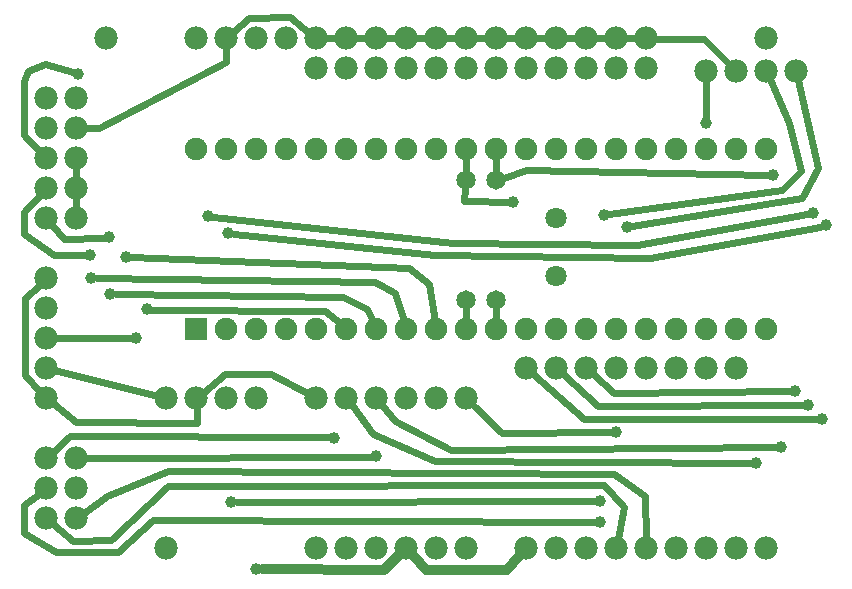
<source format=gtl>
G04 MADE WITH FRITZING*
G04 WWW.FRITZING.ORG*
G04 DOUBLE SIDED*
G04 HOLES PLATED*
G04 CONTOUR ON CENTER OF CONTOUR VECTOR*
%ASAXBY*%
%FSLAX23Y23*%
%MOIN*%
%OFA0B0*%
%SFA1.0B1.0*%
%ADD10C,0.039370*%
%ADD11C,0.075000*%
%ADD12C,0.078000*%
%ADD13C,0.065000*%
%ADD14C,0.070925*%
%ADD15C,0.070866*%
%ADD16R,0.075000X0.075000*%
%ADD17C,0.024000*%
%ADD18C,0.032000*%
%LNCOPPER1*%
G90*
G70*
G54D10*
X1965Y1223D03*
X407Y812D03*
X805Y43D03*
X1661Y1265D03*
X256Y1014D03*
X319Y959D03*
X371Y1083D03*
X441Y908D03*
X254Y1088D03*
X315Y1148D03*
X214Y1694D03*
X2041Y1183D03*
X2530Y1356D03*
X2305Y1531D03*
X712Y1163D03*
X645Y1219D03*
X2663Y1230D03*
X2705Y1188D03*
X2474Y395D03*
X2557Y448D03*
X2602Y637D03*
X2646Y590D03*
X2691Y543D03*
X2007Y498D03*
X1066Y481D03*
X1207Y418D03*
X724Y265D03*
X1952Y268D03*
X1952Y198D03*
G54D11*
X607Y843D03*
X607Y1443D03*
X707Y843D03*
X707Y1443D03*
X807Y843D03*
X807Y1443D03*
X907Y843D03*
X907Y1443D03*
X1007Y843D03*
X1007Y1443D03*
X1107Y843D03*
X1107Y1443D03*
X1207Y843D03*
X1207Y1443D03*
X1307Y843D03*
X1307Y1443D03*
X1407Y843D03*
X1407Y1443D03*
X1507Y843D03*
X1507Y1443D03*
X1607Y843D03*
X1607Y1443D03*
X1707Y843D03*
X1707Y1443D03*
X1807Y843D03*
X1807Y1443D03*
X1907Y843D03*
X1907Y1443D03*
X2007Y843D03*
X2007Y1443D03*
X2107Y843D03*
X2107Y1443D03*
X2207Y843D03*
X2207Y1443D03*
X2307Y843D03*
X2307Y1443D03*
X2407Y843D03*
X2407Y1443D03*
X2507Y843D03*
X2507Y1443D03*
G54D12*
X207Y1612D03*
X207Y1512D03*
X207Y1412D03*
X207Y1312D03*
X207Y1212D03*
X307Y1812D03*
X2507Y1812D03*
X2507Y112D03*
X507Y112D03*
X107Y1612D03*
X107Y1512D03*
X107Y1412D03*
X107Y1312D03*
X107Y1212D03*
X107Y612D03*
X107Y712D03*
X107Y812D03*
X207Y412D03*
X107Y412D03*
X207Y312D03*
X107Y312D03*
X207Y212D03*
X107Y212D03*
X607Y1812D03*
X707Y1812D03*
X807Y1812D03*
X907Y1812D03*
X2107Y1812D03*
X2007Y1812D03*
X1907Y1812D03*
X1807Y1812D03*
X1707Y1812D03*
X1607Y1812D03*
X1507Y1812D03*
X1407Y1812D03*
X1307Y1812D03*
X1207Y1812D03*
X1107Y1812D03*
X1007Y1812D03*
X1007Y1712D03*
X1107Y1712D03*
X1207Y1712D03*
X1307Y1712D03*
X1407Y1712D03*
X1507Y1712D03*
X1607Y1712D03*
X1707Y1712D03*
X1807Y1712D03*
X1907Y1712D03*
X2007Y1712D03*
X2107Y1712D03*
X2307Y1704D03*
X2407Y1704D03*
X2507Y1704D03*
X2607Y1704D03*
X107Y1012D03*
X107Y912D03*
X1707Y712D03*
X1807Y712D03*
X1907Y712D03*
X2007Y712D03*
X2107Y712D03*
X2207Y712D03*
X2307Y712D03*
X2407Y712D03*
X1707Y112D03*
X1807Y112D03*
X1907Y112D03*
X2007Y112D03*
X2107Y112D03*
X2207Y112D03*
X2307Y112D03*
X2407Y112D03*
X1507Y112D03*
X1407Y112D03*
X1307Y112D03*
X1207Y112D03*
X1107Y112D03*
X1007Y112D03*
X1507Y612D03*
X1407Y612D03*
X1307Y612D03*
X1207Y612D03*
X1107Y612D03*
X1007Y612D03*
X507Y612D03*
X607Y612D03*
X707Y612D03*
X807Y612D03*
G54D13*
X1607Y939D03*
X1507Y939D03*
X1607Y939D03*
X1507Y939D03*
X1507Y1339D03*
X1607Y1339D03*
X1507Y1339D03*
X1607Y1339D03*
G54D14*
X1807Y1019D03*
G54D15*
X1807Y1212D03*
G54D16*
X607Y843D03*
G54D17*
X1277Y1812D02*
X1237Y1812D01*
D02*
X1177Y1812D02*
X1137Y1812D01*
D02*
X1077Y1812D02*
X1037Y1812D01*
D02*
X918Y1883D02*
X783Y1881D01*
D02*
X783Y1881D02*
X730Y1832D01*
D02*
X984Y1831D02*
X918Y1883D01*
D02*
X207Y1242D02*
X207Y1282D01*
D02*
X207Y1342D02*
X207Y1382D01*
D02*
X283Y1512D02*
X707Y1734D01*
D02*
X707Y1734D02*
X707Y1782D01*
D02*
X237Y1512D02*
X283Y1512D01*
D02*
X2298Y1808D02*
X2137Y1811D01*
D02*
X2386Y1724D02*
X2298Y1808D01*
D02*
X2077Y1812D02*
X2037Y1812D01*
D02*
X1977Y1812D02*
X1937Y1812D01*
D02*
X1877Y1812D02*
X1837Y1812D01*
D02*
X1777Y1812D02*
X1737Y1812D01*
D02*
X1677Y1812D02*
X1637Y1812D01*
D02*
X1607Y1812D02*
X1537Y1812D01*
D02*
X1477Y1812D02*
X1437Y1812D01*
D02*
X1377Y1812D02*
X1337Y1812D01*
D02*
X610Y529D02*
X205Y534D01*
D02*
X205Y534D02*
X131Y593D01*
D02*
X608Y582D02*
X610Y529D01*
D02*
X1607Y914D02*
X1607Y872D01*
D02*
X1507Y914D02*
X1507Y872D01*
D02*
X1607Y1414D02*
X1607Y1364D01*
D02*
X1507Y1364D02*
X1507Y1414D01*
D02*
X388Y812D02*
X137Y812D01*
D02*
X107Y712D02*
X478Y619D01*
D02*
X36Y688D02*
X87Y634D01*
D02*
X36Y945D02*
X36Y688D01*
D02*
X85Y991D02*
X36Y945D01*
D02*
X856Y692D02*
X703Y692D01*
D02*
X981Y626D02*
X856Y692D01*
D02*
X703Y692D02*
X630Y631D01*
D02*
X1498Y1268D02*
X1661Y1265D01*
D02*
X1504Y1314D02*
X1498Y1268D01*
G54D18*
D02*
X1372Y41D02*
X1331Y86D01*
D02*
X1643Y39D02*
X1372Y41D01*
D02*
X1684Y85D02*
X1643Y39D01*
D02*
X1232Y41D02*
X1281Y88D01*
D02*
X829Y42D02*
X1232Y41D01*
G54D17*
D02*
X34Y1161D02*
X32Y1234D01*
D02*
X132Y1088D02*
X34Y1161D01*
D02*
X32Y1234D02*
X86Y1290D01*
D02*
X235Y1088D02*
X132Y1088D01*
D02*
X167Y1143D02*
X127Y1189D01*
D02*
X296Y1147D02*
X167Y1143D01*
D02*
X1383Y994D02*
X1403Y871D01*
D02*
X1316Y1045D02*
X1383Y994D01*
D02*
X390Y1082D02*
X1316Y1045D01*
D02*
X32Y1668D02*
X32Y1488D01*
D02*
X45Y1703D02*
X32Y1668D01*
D02*
X32Y1488D02*
X86Y1433D01*
D02*
X101Y1725D02*
X45Y1703D01*
D02*
X196Y1699D02*
X101Y1725D01*
D02*
X2059Y1186D02*
X2625Y1279D01*
D02*
X2678Y1381D02*
X2614Y1674D01*
D02*
X2625Y1279D02*
X2678Y1381D01*
D02*
X2581Y1528D02*
X2519Y1676D01*
D02*
X1984Y1226D02*
X2558Y1305D01*
D02*
X2621Y1368D02*
X2581Y1528D01*
D02*
X2558Y1305D02*
X2621Y1368D01*
D02*
X1086Y862D02*
X1036Y903D01*
D02*
X1036Y903D02*
X460Y907D01*
D02*
X1176Y910D02*
X1195Y869D01*
D02*
X1096Y950D02*
X1176Y910D01*
D02*
X338Y959D02*
X1096Y950D01*
D02*
X1270Y963D02*
X1299Y870D01*
D02*
X1203Y1001D02*
X1270Y963D01*
D02*
X275Y1014D02*
X1203Y1001D01*
D02*
X1707Y1373D02*
X1631Y1347D01*
D02*
X2118Y1081D02*
X1402Y1090D01*
D02*
X1402Y1090D02*
X731Y1161D01*
D02*
X2077Y1123D02*
X1463Y1129D01*
D02*
X1463Y1129D02*
X664Y1217D01*
D02*
X2644Y1226D02*
X2077Y1123D01*
D02*
X2686Y1184D02*
X2118Y1081D01*
D02*
X2305Y1550D02*
X2307Y1674D01*
D02*
X2511Y1357D02*
X1707Y1373D01*
D02*
X1196Y492D02*
X1402Y404D01*
D02*
X1402Y404D02*
X2455Y395D01*
D02*
X1457Y440D02*
X2538Y448D01*
D02*
X1270Y536D02*
X1457Y440D01*
D02*
X1227Y589D02*
X1270Y536D01*
D02*
X1125Y588D02*
X1196Y492D01*
D02*
X1730Y692D02*
X1898Y543D01*
D02*
X1898Y543D02*
X2672Y543D01*
D02*
X1830Y692D02*
X1947Y585D01*
D02*
X1947Y585D02*
X2627Y590D01*
D02*
X1929Y692D02*
X1998Y628D01*
D02*
X1998Y628D02*
X2583Y637D01*
D02*
X187Y485D02*
X1047Y482D01*
D02*
X130Y432D02*
X187Y485D01*
D02*
X237Y412D02*
X1188Y417D01*
D02*
X1625Y496D02*
X1529Y591D01*
D02*
X1988Y498D02*
X1625Y496D01*
D02*
X1965Y323D02*
X514Y321D01*
D02*
X2032Y250D02*
X1965Y323D01*
D02*
X514Y321D02*
X321Y139D01*
D02*
X321Y139D02*
X196Y136D01*
D02*
X196Y136D02*
X130Y193D01*
D02*
X2013Y142D02*
X2032Y250D01*
D02*
X1998Y361D02*
X514Y368D01*
D02*
X2103Y285D02*
X1998Y361D01*
D02*
X514Y368D02*
X310Y285D01*
D02*
X310Y285D02*
X232Y230D01*
D02*
X2107Y142D02*
X2103Y285D01*
D02*
X32Y256D02*
X83Y294D01*
D02*
X34Y163D02*
X32Y256D01*
D02*
X138Y99D02*
X34Y163D01*
D02*
X345Y99D02*
X138Y99D01*
D02*
X461Y205D02*
X345Y99D01*
D02*
X1933Y198D02*
X461Y205D01*
D02*
X743Y265D02*
X1933Y268D01*
G04 End of Copper1*
M02*
</source>
